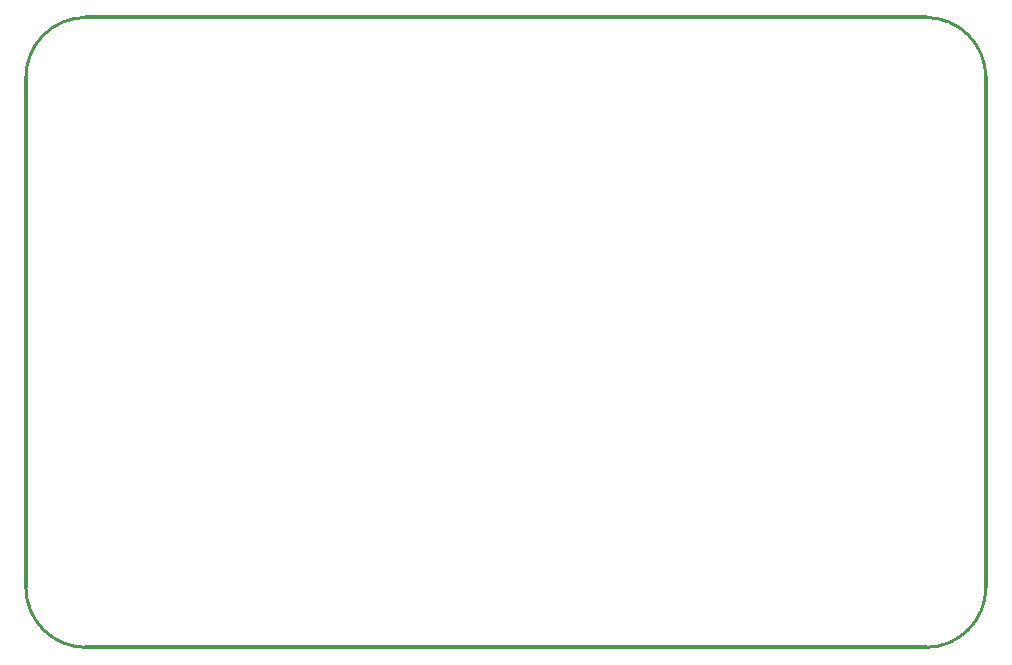
<source format=gko>
G04 Layer: BoardOutlineLayer*
G04 EasyEDA v6.5.5, 2022-06-04 12:09:53*
G04 3e123cf2e83c460a892e92cee729170b,ccec236b37084310ae2d027740726036,10*
G04 Gerber Generator version 0.2*
G04 Scale: 100 percent, Rotated: No, Reflected: No *
G04 Dimensions in millimeters *
G04 leading zeros omitted , absolute positions ,4 integer and 5 decimal *
%FSLAX45Y45*%
%MOMM*%

%ADD10C,0.3000*%
%ADD11C,0.2540*%
D10*
X508000Y7810461D02*
G01*
X508025Y3492474D01*
X1016000Y2984474D02*
G01*
X8127987Y2984474D01*
X8635987Y7810461D02*
G01*
X8635987Y3492474D01*
X1016000Y8318461D02*
G01*
X8127987Y8318461D01*
D11*
G75*
G01*
X1016681Y8318487D02*
G03*
X507972Y7810464I-686J-508022D01*
G75*
G01*
X507972Y3493158D02*
G03*
X1015995Y2984452I508022J-683D01*
G75*
G01*
X8127299Y2984452D02*
G03*
X8636008Y3492475I686J508022D01*
G75*
G01*
X8636010Y7809781D02*
G03*
X8127987Y8318490I-508022J686D01*

%LPD*%
M02*

</source>
